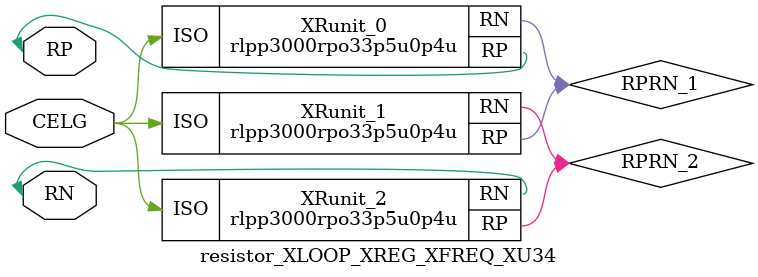
<source format=v>

module rlpp3000rpo33p5u0p4u (RP, RN, ISO);
inout RP;
inout RN;
input ISO;
endmodule

//Celera Confidential Do Not Copy resistor_XLOOP_XREG_XFREQ_XU34
//Celera Confidential Symbol Generator
//RESISTOR:1000KOhm TYPE:poly DFT:no
module resistor_XLOOP_XREG_XFREQ_XU34 (RP,
CELG,
RN);
inout RP;
inout RN;
input CELG;

//Celera Confidential Do Not Copy Runit
rlpp3000rpo33p5u0p4u XRunit_0(
.RP (RP),
.RN (RPRN_1),
.ISO (CELG)
);
rlpp3000rpo33p5u0p4u XRunit_1(
.RP (RPRN_1),
.RN (RPRN_2),
.ISO (CELG)
);
rlpp3000rpo33p5u0p4u XRunit_2(
.RP (RPRN_2),
.RN (RN),
.ISO (CELG)
);

//Celera Confidential Do Not Copy //DieSize,rlpp3000rpo33p5u0p4u

//Die Size Calculator rlpp3000rpo33p5u0p4u
//,diesize,rlpp3000rpo33p5u0p4u,3

//Celera Confidential Do Not Copy Module End
//Celera Schematic Generator
endmodule

</source>
